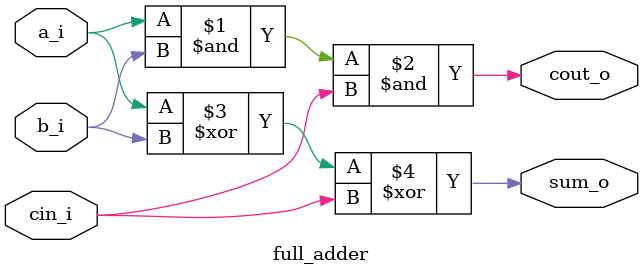
<source format=sv>
module full_adder
(   
  input a_i, b_i,
  input cin_i,
  output sum_o, cout_o
);
assign cout_o = (a_i & b_i) & cin_i;
assign sum_o = a_i ^ b_i ^ cin_i;
endmodule

</source>
